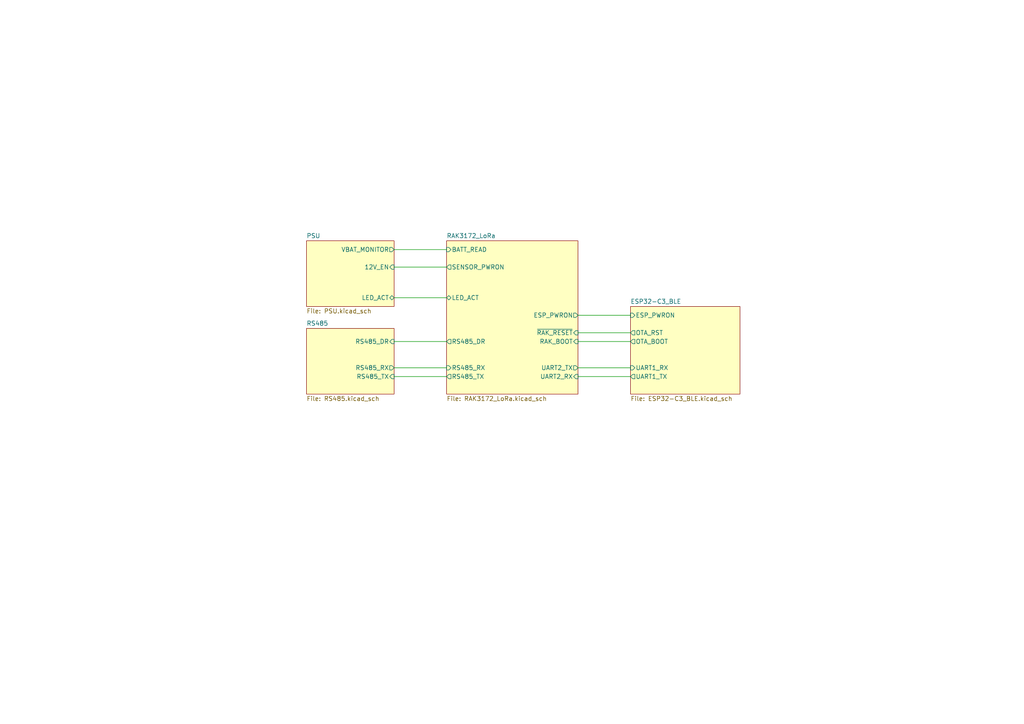
<source format=kicad_sch>
(kicad_sch
	(version 20231120)
	(generator "eeschema")
	(generator_version "8.0")
	(uuid "284b1fcf-d184-445b-9357-720601909768")
	(paper "A4")
	(lib_symbols)
	(wire
		(pts
			(xy 114.3 106.68) (xy 129.54 106.68)
		)
		(stroke
			(width 0)
			(type default)
		)
		(uuid "0a9635e4-9808-40af-87b3-64e77315a8e9")
	)
	(wire
		(pts
			(xy 114.3 86.36) (xy 129.54 86.36)
		)
		(stroke
			(width 0)
			(type default)
		)
		(uuid "1bf3579c-9651-4629-ba03-7ebd4bfd4533")
	)
	(wire
		(pts
			(xy 182.88 91.44) (xy 167.64 91.44)
		)
		(stroke
			(width 0)
			(type default)
		)
		(uuid "2b7dcf6a-0c0d-44b6-b005-6357b42da9b3")
	)
	(wire
		(pts
			(xy 182.88 109.22) (xy 167.64 109.22)
		)
		(stroke
			(width 0)
			(type default)
		)
		(uuid "2d951991-2e0e-44a0-ba61-d843b4227599")
	)
	(wire
		(pts
			(xy 182.88 99.06) (xy 167.64 99.06)
		)
		(stroke
			(width 0)
			(type default)
		)
		(uuid "3add67c4-0a3e-4a97-b62c-635d3b9d8de4")
	)
	(wire
		(pts
			(xy 114.3 72.39) (xy 129.54 72.39)
		)
		(stroke
			(width 0)
			(type default)
		)
		(uuid "525c3e18-a145-425f-9d11-e8334b4926a2")
	)
	(wire
		(pts
			(xy 114.3 77.47) (xy 129.54 77.47)
		)
		(stroke
			(width 0)
			(type default)
		)
		(uuid "52cb77a8-fd51-4a19-b0ef-91a882aec704")
	)
	(wire
		(pts
			(xy 182.88 96.52) (xy 167.64 96.52)
		)
		(stroke
			(width 0)
			(type default)
		)
		(uuid "918cfeb1-2ec6-45b8-a2d9-c0d341bbc76e")
	)
	(wire
		(pts
			(xy 182.88 106.68) (xy 167.64 106.68)
		)
		(stroke
			(width 0)
			(type default)
		)
		(uuid "a188858c-b966-4ba6-94ba-bcbb3b724480")
	)
	(wire
		(pts
			(xy 114.3 109.22) (xy 129.54 109.22)
		)
		(stroke
			(width 0)
			(type default)
		)
		(uuid "bb9d15e1-61d4-4956-a247-f86063b9e22d")
	)
	(wire
		(pts
			(xy 114.3 99.06) (xy 129.54 99.06)
		)
		(stroke
			(width 0)
			(type default)
		)
		(uuid "f3305d40-f779-4408-ad22-bff8851453e3")
	)
	(sheet
		(at 129.54 69.85)
		(size 38.1 44.45)
		(fields_autoplaced yes)
		(stroke
			(width 0.1524)
			(type solid)
		)
		(fill
			(color 255 255 194 1.0000)
		)
		(uuid "48af77e0-cdde-43f6-b4bf-5fa2ea4bd1ba")
		(property "Sheetname" "RAK3172_LoRa"
			(at 129.54 69.1384 0)
			(effects
				(font
					(size 1.27 1.27)
				)
				(justify left bottom)
			)
		)
		(property "Sheetfile" "RAK3172_LoRa.kicad_sch"
			(at 129.54 114.8846 0)
			(effects
				(font
					(size 1.27 1.27)
				)
				(justify left top)
			)
		)
		(pin "~{RAK_RESET}" input
			(at 167.64 96.52 0)
			(effects
				(font
					(size 1.27 1.27)
				)
				(justify right)
			)
			(uuid "58c8728e-d667-4700-ba4b-9d6cd3f5c287")
		)
		(pin "UART2_RX" input
			(at 167.64 109.22 0)
			(effects
				(font
					(size 1.27 1.27)
				)
				(justify right)
			)
			(uuid "2beaef20-0682-4afe-ad3c-b8d0f0569dc1")
		)
		(pin "UART2_TX" output
			(at 167.64 106.68 0)
			(effects
				(font
					(size 1.27 1.27)
				)
				(justify right)
			)
			(uuid "b5ccddb9-46c9-4efd-b86c-5809a2008b9a")
		)
		(pin "BATT_READ" input
			(at 129.54 72.39 180)
			(effects
				(font
					(size 1.27 1.27)
				)
				(justify left)
			)
			(uuid "73b82851-951f-4fd9-9500-1ab6c51ed4bd")
		)
		(pin "RS485_RX" input
			(at 129.54 106.68 180)
			(effects
				(font
					(size 1.27 1.27)
				)
				(justify left)
			)
			(uuid "8fc195a7-1b4d-45d0-b7aa-e53b5fc0cbe8")
		)
		(pin "RS485_TX" output
			(at 129.54 109.22 180)
			(effects
				(font
					(size 1.27 1.27)
				)
				(justify left)
			)
			(uuid "a34f29d8-5574-430a-8e62-6cc0d6339ab7")
		)
		(pin "RS485_DR" output
			(at 129.54 99.06 180)
			(effects
				(font
					(size 1.27 1.27)
				)
				(justify left)
			)
			(uuid "f5fb7d85-9fea-4296-b007-9319fa9d6e62")
		)
		(pin "RAK_BOOT" input
			(at 167.64 99.06 0)
			(effects
				(font
					(size 1.27 1.27)
				)
				(justify right)
			)
			(uuid "139b20fd-7b27-46b4-8757-4c810bad7640")
		)
		(pin "ESP_PWRON" output
			(at 167.64 91.44 0)
			(effects
				(font
					(size 1.27 1.27)
				)
				(justify right)
			)
			(uuid "79550741-cd20-4773-a116-8803e86903bd")
		)
		(pin "SENSOR_PWRON" output
			(at 129.54 77.47 180)
			(effects
				(font
					(size 1.27 1.27)
				)
				(justify left)
			)
			(uuid "1518203b-0aad-4ce2-a31a-053d77af5bb3")
		)
		(pin "LED_ACT" bidirectional
			(at 129.54 86.36 180)
			(effects
				(font
					(size 1.27 1.27)
				)
				(justify left)
			)
			(uuid "f3da0c15-9833-4ddb-a98a-8f2c931e25d5")
		)
		(instances
			(project "Node_RS485"
				(path "/284b1fcf-d184-445b-9357-720601909768"
					(page "2")
				)
			)
		)
	)
	(sheet
		(at 182.88 88.9)
		(size 31.75 25.4)
		(fields_autoplaced yes)
		(stroke
			(width 0.1524)
			(type solid)
		)
		(fill
			(color 255 255 194 1.0000)
		)
		(uuid "5b8d0302-722b-4467-a53d-c0e56441d81a")
		(property "Sheetname" "ESP32-C3_BLE"
			(at 182.88 88.1884 0)
			(effects
				(font
					(size 1.27 1.27)
				)
				(justify left bottom)
			)
		)
		(property "Sheetfile" "ESP32-C3_BLE.kicad_sch"
			(at 182.88 114.8846 0)
			(effects
				(font
					(size 1.27 1.27)
				)
				(justify left top)
			)
		)
		(pin "UART1_TX" output
			(at 182.88 109.22 180)
			(effects
				(font
					(size 1.27 1.27)
				)
				(justify left)
			)
			(uuid "eb0ad489-0307-4c96-a92e-9291d178db82")
		)
		(pin "UART1_RX" input
			(at 182.88 106.68 180)
			(effects
				(font
					(size 1.27 1.27)
				)
				(justify left)
			)
			(uuid "84e43786-4156-4426-905a-be46381a932a")
		)
		(pin "OTA_BOOT" output
			(at 182.88 99.06 180)
			(effects
				(font
					(size 1.27 1.27)
				)
				(justify left)
			)
			(uuid "968854a2-998d-4532-9954-eeb269a36ae2")
		)
		(pin "OTA_RST" output
			(at 182.88 96.52 180)
			(effects
				(font
					(size 1.27 1.27)
				)
				(justify left)
			)
			(uuid "afdaea90-86bf-4f91-9775-d2d9c7438977")
		)
		(pin "ESP_PWRON" input
			(at 182.88 91.44 180)
			(effects
				(font
					(size 1.27 1.27)
				)
				(justify left)
			)
			(uuid "2ffac406-b435-4cd6-ba22-3333a3028dcc")
		)
		(instances
			(project "Node_RS485"
				(path "/284b1fcf-d184-445b-9357-720601909768"
					(page "3")
				)
			)
		)
	)
	(sheet
		(at 88.9 69.85)
		(size 25.4 19.05)
		(fields_autoplaced yes)
		(stroke
			(width 0.1524)
			(type solid)
		)
		(fill
			(color 255 255 194 1.0000)
		)
		(uuid "bc34c4bf-ac8b-42c1-a77a-46366754cbef")
		(property "Sheetname" "PSU"
			(at 88.9 69.1384 0)
			(effects
				(font
					(size 1.27 1.27)
				)
				(justify left bottom)
			)
		)
		(property "Sheetfile" "PSU.kicad_sch"
			(at 88.9 89.4846 0)
			(effects
				(font
					(size 1.27 1.27)
				)
				(justify left top)
			)
		)
		(pin "VBAT_MONITOR" output
			(at 114.3 72.39 0)
			(effects
				(font
					(size 1.27 1.27)
				)
				(justify right)
			)
			(uuid "cf34ab67-9a52-4619-b8aa-f4e332cad4b5")
		)
		(pin "12V_EN" input
			(at 114.3 77.47 0)
			(effects
				(font
					(size 1.27 1.27)
				)
				(justify right)
			)
			(uuid "182d1bde-4826-40d7-9471-13c6e55239af")
		)
		(pin "LED_ACT" bidirectional
			(at 114.3 86.36 0)
			(effects
				(font
					(size 1.27 1.27)
				)
				(justify right)
			)
			(uuid "f4fd3b27-86a1-44a7-a88c-23d78035f573")
		)
		(instances
			(project "Node_RS485"
				(path "/284b1fcf-d184-445b-9357-720601909768"
					(page "4")
				)
			)
		)
	)
	(sheet
		(at 88.9 95.25)
		(size 25.4 19.05)
		(fields_autoplaced yes)
		(stroke
			(width 0.1524)
			(type solid)
		)
		(fill
			(color 255 255 194 1.0000)
		)
		(uuid "c8c30bef-47ec-451e-a233-6b8349087bfc")
		(property "Sheetname" "RS485"
			(at 88.9 94.5384 0)
			(effects
				(font
					(size 1.27 1.27)
				)
				(justify left bottom)
			)
		)
		(property "Sheetfile" "RS485.kicad_sch"
			(at 88.9 114.8846 0)
			(effects
				(font
					(size 1.27 1.27)
				)
				(justify left top)
			)
		)
		(pin "RS485_TX" input
			(at 114.3 109.22 0)
			(effects
				(font
					(size 1.27 1.27)
				)
				(justify right)
			)
			(uuid "ea4da2d2-b84a-465c-b931-1009f0700848")
		)
		(pin "RS485_RX" output
			(at 114.3 106.68 0)
			(effects
				(font
					(size 1.27 1.27)
				)
				(justify right)
			)
			(uuid "7f4c534c-be9a-4469-8b79-5126548ce1de")
		)
		(pin "RS485_DR" input
			(at 114.3 99.06 0)
			(effects
				(font
					(size 1.27 1.27)
				)
				(justify right)
			)
			(uuid "44e4f82b-8e66-4164-866c-cbc24002771a")
		)
		(instances
			(project "Node_RS485"
				(path "/284b1fcf-d184-445b-9357-720601909768"
					(page "5")
				)
			)
		)
	)
	(sheet_instances
		(path "/"
			(page "1")
		)
	)
)
</source>
